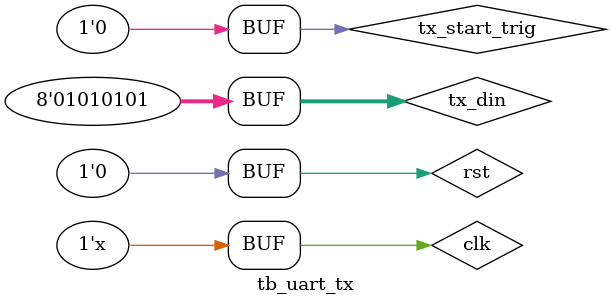
<source format=v>
`timescale 1ns / 1ps


module tb_uart_tx();

    reg             clk;
    reg             rst;
    reg             tx_start_trig;
    reg             [7:0] tx_din;

    wire            tx_dout;
    // wire            tx_done;

    // uart_tx UART_DUT(
    //     .clk(),
    //     .rst(),
    //     .tick(),
    //     .start_trigger(),
    //     .data_in(),
    //     .o_tx()
    // );

    top_uart dut(
        .clk(clk),
        .rst(rst),
        .btn_start(tx_start_trig),
        .tx(tx_dout)
    );  

    always #5 clk = ~clk;

    initial begin
        clk = 1'b0;
        rst = 1'b1;
        tx_din = 8'b01010101;
        tx_start_trig = 1'b0;

        #20 rst = 1'b0;
        #20 tx_start_trig = 1'b1;
        #20 tx_start_trig = 1'b0;
    end

endmodule

</source>
